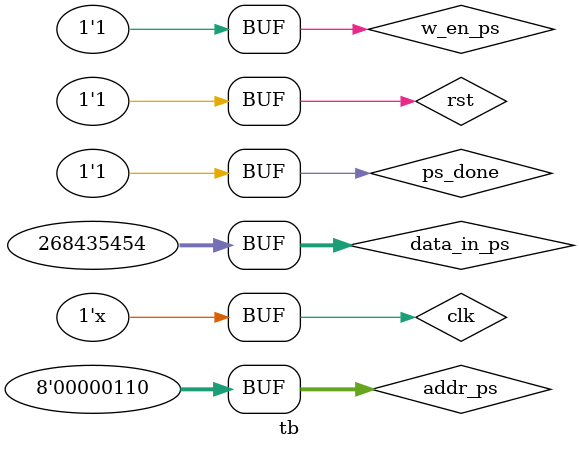
<source format=v>
module tb ();

//input
reg clk, rst;
//reg start;

//output for pl
wire pl_w_en;
//wire done;
wire [7:0] pl_addr;
wire [31:0] out_data;
wire [31:0] pl_in_data;

//output
wire start;
wire w_en;
wire pl_done;
wire [7:0] addr_in;
wire [31:0] data_in;

//mem_control input
reg w_en_ps;
reg [7:0] addr_ps;
reg [31:0] data_in_ps;
reg ps_done;
wire pl_done_in;


processor p1(
    .w_en(pl_w_en),
    .done(pl_done_in),
    .addr(pl_addr),
    .out_data(pl_in_data),
    .clk(clk),
    .rst(rst),
    .start(start),
    .in_data(out_data)
);
mem256X8 m1(
    .clk(clk),
    .rst(rst),
    .write_enable(w_en),
    .address(addr_in),
    .data_in(data_in),
    .data_out(out_data)
);
mux mu1(
    .start(start),
    .w_en(w_en),
    .pl_done(pl_done),
    .addr_in(addr_in),
    .data_in(data_in),
    .w_en_pl(pl_w_en),
    .w_en_ps(w_en_ps),
    .addr_pl(pl_addr),
    .addr_ps(addr_ps),
    .data_in_pl(pl_in_data),
    .data_in_ps(data_in_ps),
    .ps_done(ps_done),
    .pl_done_in(pl_done_in)
);

initial begin
    rst = 0;
    clk = 1;
 //   start = 0;
    ps_done = 0;
    #10
    rst = 1;
    
    #20
    w_en_ps = 1;
    addr_ps = 8'd255;
    data_in_ps = 32'h43432121; 
    #20
    addr_ps = 8'd0;
    data_in_ps = 32'h00000010;
    #20
    addr_ps = 8'd1;
    data_in_ps = 32'h20000011;
    #20
    addr_ps = 8'd2;
    data_in_ps = 32'h40000012;
    #20
    addr_ps = 8'd3;
    data_in_ps = 32'h60000013;
    #20
    addr_ps = 8'd4;
    data_in_ps = 32'h80000014;
    #20
    addr_ps = 8'd5;
    data_in_ps = 32'he0000015;
    #20
    addr_ps = 8'd6;
    data_in_ps = 32'h0ffffffe;
    
    #20
    ps_done = 1;
    
   // #10
 //   start = 0;
end

always #5 clk = ~clk;




endmodule

</source>
